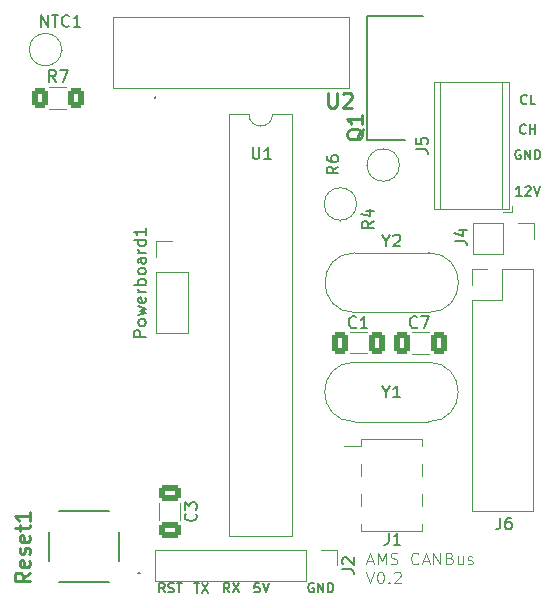
<source format=gbr>
%TF.GenerationSoftware,KiCad,Pcbnew,8.0.1-rc1*%
%TF.CreationDate,2024-05-12T16:28:37-07:00*%
%TF.ProjectId,Automotive Monitoring System CANBus Sensor,4175746f-6d6f-4746-9976-65204d6f6e69,rev?*%
%TF.SameCoordinates,Original*%
%TF.FileFunction,Legend,Top*%
%TF.FilePolarity,Positive*%
%FSLAX46Y46*%
G04 Gerber Fmt 4.6, Leading zero omitted, Abs format (unit mm)*
G04 Created by KiCad (PCBNEW 8.0.1-rc1) date 2024-05-12 16:28:37*
%MOMM*%
%LPD*%
G01*
G04 APERTURE LIST*
G04 Aperture macros list*
%AMRoundRect*
0 Rectangle with rounded corners*
0 $1 Rounding radius*
0 $2 $3 $4 $5 $6 $7 $8 $9 X,Y pos of 4 corners*
0 Add a 4 corners polygon primitive as box body*
4,1,4,$2,$3,$4,$5,$6,$7,$8,$9,$2,$3,0*
0 Add four circle primitives for the rounded corners*
1,1,$1+$1,$2,$3*
1,1,$1+$1,$4,$5*
1,1,$1+$1,$6,$7*
1,1,$1+$1,$8,$9*
0 Add four rect primitives between the rounded corners*
20,1,$1+$1,$2,$3,$4,$5,0*
20,1,$1+$1,$4,$5,$6,$7,0*
20,1,$1+$1,$6,$7,$8,$9,0*
20,1,$1+$1,$8,$9,$2,$3,0*%
G04 Aperture macros list end*
%ADD10C,0.100000*%
%ADD11C,0.150000*%
%ADD12C,0.254000*%
%ADD13C,0.120000*%
%ADD14C,0.200000*%
%ADD15RoundRect,0.250000X-0.650000X0.412500X-0.650000X-0.412500X0.650000X-0.412500X0.650000X0.412500X0*%
%ADD16R,1.700000X1.700000*%
%ADD17O,1.700000X1.700000*%
%ADD18C,1.600000*%
%ADD19O,1.600000X1.600000*%
%ADD20RoundRect,0.250000X-0.400000X-0.625000X0.400000X-0.625000X0.400000X0.625000X-0.400000X0.625000X0*%
%ADD21R,3.150000X1.000000*%
%ADD22RoundRect,0.250000X-0.412500X-0.650000X0.412500X-0.650000X0.412500X0.650000X-0.412500X0.650000X0*%
%ADD23C,2.400000*%
%ADD24C,2.100000*%
%ADD25R,2.200000X2.200000*%
%ADD26C,2.200000*%
%ADD27R,1.920000X1.920000*%
%ADD28C,1.920000*%
%ADD29C,1.500000*%
%ADD30R,1.500000X1.500000*%
%ADD31RoundRect,0.250000X0.412500X0.650000X-0.412500X0.650000X-0.412500X-0.650000X0.412500X-0.650000X0*%
%ADD32R,1.600000X1.600000*%
G04 APERTURE END LIST*
D10*
X135477093Y-97099161D02*
X135953283Y-97099161D01*
X135381855Y-97384876D02*
X135715188Y-96384876D01*
X135715188Y-96384876D02*
X136048521Y-97384876D01*
X136381855Y-97384876D02*
X136381855Y-96384876D01*
X136381855Y-96384876D02*
X136715188Y-97099161D01*
X136715188Y-97099161D02*
X137048521Y-96384876D01*
X137048521Y-96384876D02*
X137048521Y-97384876D01*
X137477093Y-97337257D02*
X137619950Y-97384876D01*
X137619950Y-97384876D02*
X137858045Y-97384876D01*
X137858045Y-97384876D02*
X137953283Y-97337257D01*
X137953283Y-97337257D02*
X138000902Y-97289637D01*
X138000902Y-97289637D02*
X138048521Y-97194399D01*
X138048521Y-97194399D02*
X138048521Y-97099161D01*
X138048521Y-97099161D02*
X138000902Y-97003923D01*
X138000902Y-97003923D02*
X137953283Y-96956304D01*
X137953283Y-96956304D02*
X137858045Y-96908685D01*
X137858045Y-96908685D02*
X137667569Y-96861066D01*
X137667569Y-96861066D02*
X137572331Y-96813447D01*
X137572331Y-96813447D02*
X137524712Y-96765828D01*
X137524712Y-96765828D02*
X137477093Y-96670590D01*
X137477093Y-96670590D02*
X137477093Y-96575352D01*
X137477093Y-96575352D02*
X137524712Y-96480114D01*
X137524712Y-96480114D02*
X137572331Y-96432495D01*
X137572331Y-96432495D02*
X137667569Y-96384876D01*
X137667569Y-96384876D02*
X137905664Y-96384876D01*
X137905664Y-96384876D02*
X138048521Y-96432495D01*
X139810426Y-97289637D02*
X139762807Y-97337257D01*
X139762807Y-97337257D02*
X139619950Y-97384876D01*
X139619950Y-97384876D02*
X139524712Y-97384876D01*
X139524712Y-97384876D02*
X139381855Y-97337257D01*
X139381855Y-97337257D02*
X139286617Y-97242018D01*
X139286617Y-97242018D02*
X139238998Y-97146780D01*
X139238998Y-97146780D02*
X139191379Y-96956304D01*
X139191379Y-96956304D02*
X139191379Y-96813447D01*
X139191379Y-96813447D02*
X139238998Y-96622971D01*
X139238998Y-96622971D02*
X139286617Y-96527733D01*
X139286617Y-96527733D02*
X139381855Y-96432495D01*
X139381855Y-96432495D02*
X139524712Y-96384876D01*
X139524712Y-96384876D02*
X139619950Y-96384876D01*
X139619950Y-96384876D02*
X139762807Y-96432495D01*
X139762807Y-96432495D02*
X139810426Y-96480114D01*
X140191379Y-97099161D02*
X140667569Y-97099161D01*
X140096141Y-97384876D02*
X140429474Y-96384876D01*
X140429474Y-96384876D02*
X140762807Y-97384876D01*
X141096141Y-97384876D02*
X141096141Y-96384876D01*
X141096141Y-96384876D02*
X141667569Y-97384876D01*
X141667569Y-97384876D02*
X141667569Y-96384876D01*
X142477093Y-96861066D02*
X142619950Y-96908685D01*
X142619950Y-96908685D02*
X142667569Y-96956304D01*
X142667569Y-96956304D02*
X142715188Y-97051542D01*
X142715188Y-97051542D02*
X142715188Y-97194399D01*
X142715188Y-97194399D02*
X142667569Y-97289637D01*
X142667569Y-97289637D02*
X142619950Y-97337257D01*
X142619950Y-97337257D02*
X142524712Y-97384876D01*
X142524712Y-97384876D02*
X142143760Y-97384876D01*
X142143760Y-97384876D02*
X142143760Y-96384876D01*
X142143760Y-96384876D02*
X142477093Y-96384876D01*
X142477093Y-96384876D02*
X142572331Y-96432495D01*
X142572331Y-96432495D02*
X142619950Y-96480114D01*
X142619950Y-96480114D02*
X142667569Y-96575352D01*
X142667569Y-96575352D02*
X142667569Y-96670590D01*
X142667569Y-96670590D02*
X142619950Y-96765828D01*
X142619950Y-96765828D02*
X142572331Y-96813447D01*
X142572331Y-96813447D02*
X142477093Y-96861066D01*
X142477093Y-96861066D02*
X142143760Y-96861066D01*
X143572331Y-96718209D02*
X143572331Y-97384876D01*
X143143760Y-96718209D02*
X143143760Y-97242018D01*
X143143760Y-97242018D02*
X143191379Y-97337257D01*
X143191379Y-97337257D02*
X143286617Y-97384876D01*
X143286617Y-97384876D02*
X143429474Y-97384876D01*
X143429474Y-97384876D02*
X143524712Y-97337257D01*
X143524712Y-97337257D02*
X143572331Y-97289637D01*
X144000903Y-97337257D02*
X144096141Y-97384876D01*
X144096141Y-97384876D02*
X144286617Y-97384876D01*
X144286617Y-97384876D02*
X144381855Y-97337257D01*
X144381855Y-97337257D02*
X144429474Y-97242018D01*
X144429474Y-97242018D02*
X144429474Y-97194399D01*
X144429474Y-97194399D02*
X144381855Y-97099161D01*
X144381855Y-97099161D02*
X144286617Y-97051542D01*
X144286617Y-97051542D02*
X144143760Y-97051542D01*
X144143760Y-97051542D02*
X144048522Y-97003923D01*
X144048522Y-97003923D02*
X144000903Y-96908685D01*
X144000903Y-96908685D02*
X144000903Y-96861066D01*
X144000903Y-96861066D02*
X144048522Y-96765828D01*
X144048522Y-96765828D02*
X144143760Y-96718209D01*
X144143760Y-96718209D02*
X144286617Y-96718209D01*
X144286617Y-96718209D02*
X144381855Y-96765828D01*
X135381855Y-97994820D02*
X135715188Y-98994820D01*
X135715188Y-98994820D02*
X136048521Y-97994820D01*
X136572331Y-97994820D02*
X136667569Y-97994820D01*
X136667569Y-97994820D02*
X136762807Y-98042439D01*
X136762807Y-98042439D02*
X136810426Y-98090058D01*
X136810426Y-98090058D02*
X136858045Y-98185296D01*
X136858045Y-98185296D02*
X136905664Y-98375772D01*
X136905664Y-98375772D02*
X136905664Y-98613867D01*
X136905664Y-98613867D02*
X136858045Y-98804343D01*
X136858045Y-98804343D02*
X136810426Y-98899581D01*
X136810426Y-98899581D02*
X136762807Y-98947201D01*
X136762807Y-98947201D02*
X136667569Y-98994820D01*
X136667569Y-98994820D02*
X136572331Y-98994820D01*
X136572331Y-98994820D02*
X136477093Y-98947201D01*
X136477093Y-98947201D02*
X136429474Y-98899581D01*
X136429474Y-98899581D02*
X136381855Y-98804343D01*
X136381855Y-98804343D02*
X136334236Y-98613867D01*
X136334236Y-98613867D02*
X136334236Y-98375772D01*
X136334236Y-98375772D02*
X136381855Y-98185296D01*
X136381855Y-98185296D02*
X136429474Y-98090058D01*
X136429474Y-98090058D02*
X136477093Y-98042439D01*
X136477093Y-98042439D02*
X136572331Y-97994820D01*
X137334236Y-98899581D02*
X137381855Y-98947201D01*
X137381855Y-98947201D02*
X137334236Y-98994820D01*
X137334236Y-98994820D02*
X137286617Y-98947201D01*
X137286617Y-98947201D02*
X137334236Y-98899581D01*
X137334236Y-98899581D02*
X137334236Y-98994820D01*
X137762807Y-98090058D02*
X137810426Y-98042439D01*
X137810426Y-98042439D02*
X137905664Y-97994820D01*
X137905664Y-97994820D02*
X138143759Y-97994820D01*
X138143759Y-97994820D02*
X138238997Y-98042439D01*
X138238997Y-98042439D02*
X138286616Y-98090058D01*
X138286616Y-98090058D02*
X138334235Y-98185296D01*
X138334235Y-98185296D02*
X138334235Y-98280534D01*
X138334235Y-98280534D02*
X138286616Y-98423391D01*
X138286616Y-98423391D02*
X137715188Y-98994820D01*
X137715188Y-98994820D02*
X138334235Y-98994820D01*
D11*
X148901360Y-60867751D02*
X148863264Y-60905847D01*
X148863264Y-60905847D02*
X148748979Y-60943942D01*
X148748979Y-60943942D02*
X148672788Y-60943942D01*
X148672788Y-60943942D02*
X148558502Y-60905847D01*
X148558502Y-60905847D02*
X148482312Y-60829656D01*
X148482312Y-60829656D02*
X148444217Y-60753466D01*
X148444217Y-60753466D02*
X148406121Y-60601085D01*
X148406121Y-60601085D02*
X148406121Y-60486799D01*
X148406121Y-60486799D02*
X148444217Y-60334418D01*
X148444217Y-60334418D02*
X148482312Y-60258227D01*
X148482312Y-60258227D02*
X148558502Y-60182037D01*
X148558502Y-60182037D02*
X148672788Y-60143942D01*
X148672788Y-60143942D02*
X148748979Y-60143942D01*
X148748979Y-60143942D02*
X148863264Y-60182037D01*
X148863264Y-60182037D02*
X148901360Y-60220132D01*
X149244217Y-60943942D02*
X149244217Y-60143942D01*
X149244217Y-60524894D02*
X149701360Y-60524894D01*
X149701360Y-60943942D02*
X149701360Y-60143942D01*
X148996598Y-58353895D02*
X148958502Y-58391991D01*
X148958502Y-58391991D02*
X148844217Y-58430086D01*
X148844217Y-58430086D02*
X148768026Y-58430086D01*
X148768026Y-58430086D02*
X148653740Y-58391991D01*
X148653740Y-58391991D02*
X148577550Y-58315800D01*
X148577550Y-58315800D02*
X148539455Y-58239610D01*
X148539455Y-58239610D02*
X148501359Y-58087229D01*
X148501359Y-58087229D02*
X148501359Y-57972943D01*
X148501359Y-57972943D02*
X148539455Y-57820562D01*
X148539455Y-57820562D02*
X148577550Y-57744371D01*
X148577550Y-57744371D02*
X148653740Y-57668181D01*
X148653740Y-57668181D02*
X148768026Y-57630086D01*
X148768026Y-57630086D02*
X148844217Y-57630086D01*
X148844217Y-57630086D02*
X148958502Y-57668181D01*
X148958502Y-57668181D02*
X148996598Y-57706276D01*
X149720407Y-58430086D02*
X149339455Y-58430086D01*
X149339455Y-58430086D02*
X149339455Y-57630086D01*
X130942386Y-98980700D02*
X130866196Y-98942605D01*
X130866196Y-98942605D02*
X130751910Y-98942605D01*
X130751910Y-98942605D02*
X130637624Y-98980700D01*
X130637624Y-98980700D02*
X130561434Y-99056890D01*
X130561434Y-99056890D02*
X130523339Y-99133081D01*
X130523339Y-99133081D02*
X130485243Y-99285462D01*
X130485243Y-99285462D02*
X130485243Y-99399748D01*
X130485243Y-99399748D02*
X130523339Y-99552129D01*
X130523339Y-99552129D02*
X130561434Y-99628319D01*
X130561434Y-99628319D02*
X130637624Y-99704510D01*
X130637624Y-99704510D02*
X130751910Y-99742605D01*
X130751910Y-99742605D02*
X130828101Y-99742605D01*
X130828101Y-99742605D02*
X130942386Y-99704510D01*
X130942386Y-99704510D02*
X130980482Y-99666414D01*
X130980482Y-99666414D02*
X130980482Y-99399748D01*
X130980482Y-99399748D02*
X130828101Y-99399748D01*
X131323339Y-99742605D02*
X131323339Y-98942605D01*
X131323339Y-98942605D02*
X131780482Y-99742605D01*
X131780482Y-99742605D02*
X131780482Y-98942605D01*
X132161434Y-99742605D02*
X132161434Y-98942605D01*
X132161434Y-98942605D02*
X132351910Y-98942605D01*
X132351910Y-98942605D02*
X132466196Y-98980700D01*
X132466196Y-98980700D02*
X132542386Y-99056890D01*
X132542386Y-99056890D02*
X132580481Y-99133081D01*
X132580481Y-99133081D02*
X132618577Y-99285462D01*
X132618577Y-99285462D02*
X132618577Y-99399748D01*
X132618577Y-99399748D02*
X132580481Y-99552129D01*
X132580481Y-99552129D02*
X132542386Y-99628319D01*
X132542386Y-99628319D02*
X132466196Y-99704510D01*
X132466196Y-99704510D02*
X132351910Y-99742605D01*
X132351910Y-99742605D02*
X132161434Y-99742605D01*
X118356658Y-99769355D02*
X118089991Y-99388402D01*
X117899515Y-99769355D02*
X117899515Y-98969355D01*
X117899515Y-98969355D02*
X118204277Y-98969355D01*
X118204277Y-98969355D02*
X118280467Y-99007450D01*
X118280467Y-99007450D02*
X118318562Y-99045545D01*
X118318562Y-99045545D02*
X118356658Y-99121736D01*
X118356658Y-99121736D02*
X118356658Y-99236021D01*
X118356658Y-99236021D02*
X118318562Y-99312212D01*
X118318562Y-99312212D02*
X118280467Y-99350307D01*
X118280467Y-99350307D02*
X118204277Y-99388402D01*
X118204277Y-99388402D02*
X117899515Y-99388402D01*
X118661419Y-99731260D02*
X118775705Y-99769355D01*
X118775705Y-99769355D02*
X118966181Y-99769355D01*
X118966181Y-99769355D02*
X119042372Y-99731260D01*
X119042372Y-99731260D02*
X119080467Y-99693164D01*
X119080467Y-99693164D02*
X119118562Y-99616974D01*
X119118562Y-99616974D02*
X119118562Y-99540783D01*
X119118562Y-99540783D02*
X119080467Y-99464593D01*
X119080467Y-99464593D02*
X119042372Y-99426498D01*
X119042372Y-99426498D02*
X118966181Y-99388402D01*
X118966181Y-99388402D02*
X118813800Y-99350307D01*
X118813800Y-99350307D02*
X118737610Y-99312212D01*
X118737610Y-99312212D02*
X118699515Y-99274117D01*
X118699515Y-99274117D02*
X118661419Y-99197926D01*
X118661419Y-99197926D02*
X118661419Y-99121736D01*
X118661419Y-99121736D02*
X118699515Y-99045545D01*
X118699515Y-99045545D02*
X118737610Y-99007450D01*
X118737610Y-99007450D02*
X118813800Y-98969355D01*
X118813800Y-98969355D02*
X119004277Y-98969355D01*
X119004277Y-98969355D02*
X119118562Y-99007450D01*
X119347134Y-98969355D02*
X119804277Y-98969355D01*
X119575705Y-99769355D02*
X119575705Y-98969355D01*
X126359825Y-98969355D02*
X125978873Y-98969355D01*
X125978873Y-98969355D02*
X125940777Y-99350307D01*
X125940777Y-99350307D02*
X125978873Y-99312212D01*
X125978873Y-99312212D02*
X126055063Y-99274117D01*
X126055063Y-99274117D02*
X126245539Y-99274117D01*
X126245539Y-99274117D02*
X126321730Y-99312212D01*
X126321730Y-99312212D02*
X126359825Y-99350307D01*
X126359825Y-99350307D02*
X126397920Y-99426498D01*
X126397920Y-99426498D02*
X126397920Y-99616974D01*
X126397920Y-99616974D02*
X126359825Y-99693164D01*
X126359825Y-99693164D02*
X126321730Y-99731260D01*
X126321730Y-99731260D02*
X126245539Y-99769355D01*
X126245539Y-99769355D02*
X126055063Y-99769355D01*
X126055063Y-99769355D02*
X125978873Y-99731260D01*
X125978873Y-99731260D02*
X125940777Y-99693164D01*
X126626492Y-98969355D02*
X126893159Y-99769355D01*
X126893159Y-99769355D02*
X127159825Y-98969355D01*
X148463264Y-62320690D02*
X148387074Y-62282595D01*
X148387074Y-62282595D02*
X148272788Y-62282595D01*
X148272788Y-62282595D02*
X148158502Y-62320690D01*
X148158502Y-62320690D02*
X148082312Y-62396880D01*
X148082312Y-62396880D02*
X148044217Y-62473071D01*
X148044217Y-62473071D02*
X148006121Y-62625452D01*
X148006121Y-62625452D02*
X148006121Y-62739738D01*
X148006121Y-62739738D02*
X148044217Y-62892119D01*
X148044217Y-62892119D02*
X148082312Y-62968309D01*
X148082312Y-62968309D02*
X148158502Y-63044500D01*
X148158502Y-63044500D02*
X148272788Y-63082595D01*
X148272788Y-63082595D02*
X148348979Y-63082595D01*
X148348979Y-63082595D02*
X148463264Y-63044500D01*
X148463264Y-63044500D02*
X148501360Y-63006404D01*
X148501360Y-63006404D02*
X148501360Y-62739738D01*
X148501360Y-62739738D02*
X148348979Y-62739738D01*
X148844217Y-63082595D02*
X148844217Y-62282595D01*
X148844217Y-62282595D02*
X149301360Y-63082595D01*
X149301360Y-63082595D02*
X149301360Y-62282595D01*
X149682312Y-63082595D02*
X149682312Y-62282595D01*
X149682312Y-62282595D02*
X149872788Y-62282595D01*
X149872788Y-62282595D02*
X149987074Y-62320690D01*
X149987074Y-62320690D02*
X150063264Y-62396880D01*
X150063264Y-62396880D02*
X150101359Y-62473071D01*
X150101359Y-62473071D02*
X150139455Y-62625452D01*
X150139455Y-62625452D02*
X150139455Y-62739738D01*
X150139455Y-62739738D02*
X150101359Y-62892119D01*
X150101359Y-62892119D02*
X150063264Y-62968309D01*
X150063264Y-62968309D02*
X149987074Y-63044500D01*
X149987074Y-63044500D02*
X149872788Y-63082595D01*
X149872788Y-63082595D02*
X149682312Y-63082595D01*
X123822106Y-99756849D02*
X123555439Y-99375896D01*
X123364963Y-99756849D02*
X123364963Y-98956849D01*
X123364963Y-98956849D02*
X123669725Y-98956849D01*
X123669725Y-98956849D02*
X123745915Y-98994944D01*
X123745915Y-98994944D02*
X123784010Y-99033039D01*
X123784010Y-99033039D02*
X123822106Y-99109230D01*
X123822106Y-99109230D02*
X123822106Y-99223515D01*
X123822106Y-99223515D02*
X123784010Y-99299706D01*
X123784010Y-99299706D02*
X123745915Y-99337801D01*
X123745915Y-99337801D02*
X123669725Y-99375896D01*
X123669725Y-99375896D02*
X123364963Y-99375896D01*
X124088772Y-98956849D02*
X124622106Y-99756849D01*
X124622106Y-98956849D02*
X124088772Y-99756849D01*
X120824369Y-98981862D02*
X121281512Y-98981862D01*
X121052940Y-99781862D02*
X121052940Y-98981862D01*
X121471988Y-98981862D02*
X122005322Y-99781862D01*
X122005322Y-98981862D02*
X121471988Y-99781862D01*
X148577549Y-66159255D02*
X148120406Y-66159255D01*
X148348978Y-66159255D02*
X148348978Y-65359255D01*
X148348978Y-65359255D02*
X148272787Y-65473540D01*
X148272787Y-65473540D02*
X148196597Y-65549731D01*
X148196597Y-65549731D02*
X148120406Y-65587826D01*
X148882311Y-65435445D02*
X148920407Y-65397350D01*
X148920407Y-65397350D02*
X148996597Y-65359255D01*
X148996597Y-65359255D02*
X149187073Y-65359255D01*
X149187073Y-65359255D02*
X149263264Y-65397350D01*
X149263264Y-65397350D02*
X149301359Y-65435445D01*
X149301359Y-65435445D02*
X149339454Y-65511636D01*
X149339454Y-65511636D02*
X149339454Y-65587826D01*
X149339454Y-65587826D02*
X149301359Y-65702112D01*
X149301359Y-65702112D02*
X148844216Y-66159255D01*
X148844216Y-66159255D02*
X149339454Y-66159255D01*
X149568026Y-65359255D02*
X149834693Y-66159255D01*
X149834693Y-66159255D02*
X150101359Y-65359255D01*
X120959980Y-93100666D02*
X121007600Y-93148285D01*
X121007600Y-93148285D02*
X121055219Y-93291142D01*
X121055219Y-93291142D02*
X121055219Y-93386380D01*
X121055219Y-93386380D02*
X121007600Y-93529237D01*
X121007600Y-93529237D02*
X120912361Y-93624475D01*
X120912361Y-93624475D02*
X120817123Y-93672094D01*
X120817123Y-93672094D02*
X120626647Y-93719713D01*
X120626647Y-93719713D02*
X120483790Y-93719713D01*
X120483790Y-93719713D02*
X120293314Y-93672094D01*
X120293314Y-93672094D02*
X120198076Y-93624475D01*
X120198076Y-93624475D02*
X120102838Y-93529237D01*
X120102838Y-93529237D02*
X120055219Y-93386380D01*
X120055219Y-93386380D02*
X120055219Y-93291142D01*
X120055219Y-93291142D02*
X120102838Y-93148285D01*
X120102838Y-93148285D02*
X120150457Y-93100666D01*
X120055219Y-92767332D02*
X120055219Y-92148285D01*
X120055219Y-92148285D02*
X120436171Y-92481618D01*
X120436171Y-92481618D02*
X120436171Y-92338761D01*
X120436171Y-92338761D02*
X120483790Y-92243523D01*
X120483790Y-92243523D02*
X120531409Y-92195904D01*
X120531409Y-92195904D02*
X120626647Y-92148285D01*
X120626647Y-92148285D02*
X120864742Y-92148285D01*
X120864742Y-92148285D02*
X120959980Y-92195904D01*
X120959980Y-92195904D02*
X121007600Y-92243523D01*
X121007600Y-92243523D02*
X121055219Y-92338761D01*
X121055219Y-92338761D02*
X121055219Y-92624475D01*
X121055219Y-92624475D02*
X121007600Y-92719713D01*
X121007600Y-92719713D02*
X120959980Y-92767332D01*
X146746161Y-93426654D02*
X146746161Y-94140939D01*
X146746161Y-94140939D02*
X146698542Y-94283796D01*
X146698542Y-94283796D02*
X146603304Y-94379035D01*
X146603304Y-94379035D02*
X146460447Y-94426654D01*
X146460447Y-94426654D02*
X146365209Y-94426654D01*
X147650923Y-93426654D02*
X147460447Y-93426654D01*
X147460447Y-93426654D02*
X147365209Y-93474273D01*
X147365209Y-93474273D02*
X147317590Y-93521892D01*
X147317590Y-93521892D02*
X147222352Y-93664749D01*
X147222352Y-93664749D02*
X147174733Y-93855225D01*
X147174733Y-93855225D02*
X147174733Y-94236177D01*
X147174733Y-94236177D02*
X147222352Y-94331415D01*
X147222352Y-94331415D02*
X147269971Y-94379035D01*
X147269971Y-94379035D02*
X147365209Y-94426654D01*
X147365209Y-94426654D02*
X147555685Y-94426654D01*
X147555685Y-94426654D02*
X147650923Y-94379035D01*
X147650923Y-94379035D02*
X147698542Y-94331415D01*
X147698542Y-94331415D02*
X147746161Y-94236177D01*
X147746161Y-94236177D02*
X147746161Y-93998082D01*
X147746161Y-93998082D02*
X147698542Y-93902844D01*
X147698542Y-93902844D02*
X147650923Y-93855225D01*
X147650923Y-93855225D02*
X147555685Y-93807606D01*
X147555685Y-93807606D02*
X147365209Y-93807606D01*
X147365209Y-93807606D02*
X147269971Y-93855225D01*
X147269971Y-93855225D02*
X147222352Y-93902844D01*
X147222352Y-93902844D02*
X147174733Y-93998082D01*
X136022168Y-68312999D02*
X135545977Y-68646332D01*
X136022168Y-68884427D02*
X135022168Y-68884427D01*
X135022168Y-68884427D02*
X135022168Y-68503475D01*
X135022168Y-68503475D02*
X135069787Y-68408237D01*
X135069787Y-68408237D02*
X135117406Y-68360618D01*
X135117406Y-68360618D02*
X135212644Y-68312999D01*
X135212644Y-68312999D02*
X135355501Y-68312999D01*
X135355501Y-68312999D02*
X135450739Y-68360618D01*
X135450739Y-68360618D02*
X135498358Y-68408237D01*
X135498358Y-68408237D02*
X135545977Y-68503475D01*
X135545977Y-68503475D02*
X135545977Y-68884427D01*
X135355501Y-67455856D02*
X136022168Y-67455856D01*
X134974549Y-67693951D02*
X135688834Y-67932046D01*
X135688834Y-67932046D02*
X135688834Y-67312999D01*
X109131333Y-56535219D02*
X108798000Y-56059028D01*
X108559905Y-56535219D02*
X108559905Y-55535219D01*
X108559905Y-55535219D02*
X108940857Y-55535219D01*
X108940857Y-55535219D02*
X109036095Y-55582838D01*
X109036095Y-55582838D02*
X109083714Y-55630457D01*
X109083714Y-55630457D02*
X109131333Y-55725695D01*
X109131333Y-55725695D02*
X109131333Y-55868552D01*
X109131333Y-55868552D02*
X109083714Y-55963790D01*
X109083714Y-55963790D02*
X109036095Y-56011409D01*
X109036095Y-56011409D02*
X108940857Y-56059028D01*
X108940857Y-56059028D02*
X108559905Y-56059028D01*
X109464667Y-55535219D02*
X110131333Y-55535219D01*
X110131333Y-55535219D02*
X109702762Y-56535219D01*
X137298339Y-94735985D02*
X137298339Y-95450270D01*
X137298339Y-95450270D02*
X137250720Y-95593127D01*
X137250720Y-95593127D02*
X137155482Y-95688366D01*
X137155482Y-95688366D02*
X137012625Y-95735985D01*
X137012625Y-95735985D02*
X136917387Y-95735985D01*
X138298339Y-95735985D02*
X137726911Y-95735985D01*
X138012625Y-95735985D02*
X138012625Y-94735985D01*
X138012625Y-94735985D02*
X137917387Y-94878842D01*
X137917387Y-94878842D02*
X137822149Y-94974080D01*
X137822149Y-94974080D02*
X137726911Y-95021699D01*
X107872843Y-51885319D02*
X107872843Y-50885319D01*
X107872843Y-50885319D02*
X108444271Y-51885319D01*
X108444271Y-51885319D02*
X108444271Y-50885319D01*
X108777605Y-50885319D02*
X109349033Y-50885319D01*
X109063319Y-51885319D02*
X109063319Y-50885319D01*
X110253795Y-51790080D02*
X110206176Y-51837700D01*
X110206176Y-51837700D02*
X110063319Y-51885319D01*
X110063319Y-51885319D02*
X109968081Y-51885319D01*
X109968081Y-51885319D02*
X109825224Y-51837700D01*
X109825224Y-51837700D02*
X109729986Y-51742461D01*
X109729986Y-51742461D02*
X109682367Y-51647223D01*
X109682367Y-51647223D02*
X109634748Y-51456747D01*
X109634748Y-51456747D02*
X109634748Y-51313890D01*
X109634748Y-51313890D02*
X109682367Y-51123414D01*
X109682367Y-51123414D02*
X109729986Y-51028176D01*
X109729986Y-51028176D02*
X109825224Y-50932938D01*
X109825224Y-50932938D02*
X109968081Y-50885319D01*
X109968081Y-50885319D02*
X110063319Y-50885319D01*
X110063319Y-50885319D02*
X110206176Y-50932938D01*
X110206176Y-50932938D02*
X110253795Y-50980557D01*
X111206176Y-51885319D02*
X110634748Y-51885319D01*
X110920462Y-51885319D02*
X110920462Y-50885319D01*
X110920462Y-50885319D02*
X110825224Y-51028176D01*
X110825224Y-51028176D02*
X110729986Y-51123414D01*
X110729986Y-51123414D02*
X110634748Y-51171033D01*
X134550845Y-77293840D02*
X134503226Y-77341460D01*
X134503226Y-77341460D02*
X134360369Y-77389079D01*
X134360369Y-77389079D02*
X134265131Y-77389079D01*
X134265131Y-77389079D02*
X134122274Y-77341460D01*
X134122274Y-77341460D02*
X134027036Y-77246221D01*
X134027036Y-77246221D02*
X133979417Y-77150983D01*
X133979417Y-77150983D02*
X133931798Y-76960507D01*
X133931798Y-76960507D02*
X133931798Y-76817650D01*
X133931798Y-76817650D02*
X133979417Y-76627174D01*
X133979417Y-76627174D02*
X134027036Y-76531936D01*
X134027036Y-76531936D02*
X134122274Y-76436698D01*
X134122274Y-76436698D02*
X134265131Y-76389079D01*
X134265131Y-76389079D02*
X134360369Y-76389079D01*
X134360369Y-76389079D02*
X134503226Y-76436698D01*
X134503226Y-76436698D02*
X134550845Y-76484317D01*
X135503226Y-77389079D02*
X134931798Y-77389079D01*
X135217512Y-77389079D02*
X135217512Y-76389079D01*
X135217512Y-76389079D02*
X135122274Y-76531936D01*
X135122274Y-76531936D02*
X135027036Y-76627174D01*
X135027036Y-76627174D02*
X134931798Y-76674793D01*
X133050006Y-63708305D02*
X132573815Y-64041638D01*
X133050006Y-64279733D02*
X132050006Y-64279733D01*
X132050006Y-64279733D02*
X132050006Y-63898781D01*
X132050006Y-63898781D02*
X132097625Y-63803543D01*
X132097625Y-63803543D02*
X132145244Y-63755924D01*
X132145244Y-63755924D02*
X132240482Y-63708305D01*
X132240482Y-63708305D02*
X132383339Y-63708305D01*
X132383339Y-63708305D02*
X132478577Y-63755924D01*
X132478577Y-63755924D02*
X132526196Y-63803543D01*
X132526196Y-63803543D02*
X132573815Y-63898781D01*
X132573815Y-63898781D02*
X132573815Y-64279733D01*
X132050006Y-62851162D02*
X132050006Y-63041638D01*
X132050006Y-63041638D02*
X132097625Y-63136876D01*
X132097625Y-63136876D02*
X132145244Y-63184495D01*
X132145244Y-63184495D02*
X132288101Y-63279733D01*
X132288101Y-63279733D02*
X132478577Y-63327352D01*
X132478577Y-63327352D02*
X132859529Y-63327352D01*
X132859529Y-63327352D02*
X132954767Y-63279733D01*
X132954767Y-63279733D02*
X133002387Y-63232114D01*
X133002387Y-63232114D02*
X133050006Y-63136876D01*
X133050006Y-63136876D02*
X133050006Y-62946400D01*
X133050006Y-62946400D02*
X133002387Y-62851162D01*
X133002387Y-62851162D02*
X132954767Y-62803543D01*
X132954767Y-62803543D02*
X132859529Y-62755924D01*
X132859529Y-62755924D02*
X132621434Y-62755924D01*
X132621434Y-62755924D02*
X132526196Y-62803543D01*
X132526196Y-62803543D02*
X132478577Y-62851162D01*
X132478577Y-62851162D02*
X132430958Y-62946400D01*
X132430958Y-62946400D02*
X132430958Y-63136876D01*
X132430958Y-63136876D02*
X132478577Y-63232114D01*
X132478577Y-63232114D02*
X132526196Y-63279733D01*
X132526196Y-63279733D02*
X132621434Y-63327352D01*
X116748346Y-78128061D02*
X115748346Y-78128061D01*
X115748346Y-78128061D02*
X115748346Y-77747109D01*
X115748346Y-77747109D02*
X115795965Y-77651871D01*
X115795965Y-77651871D02*
X115843584Y-77604252D01*
X115843584Y-77604252D02*
X115938822Y-77556633D01*
X115938822Y-77556633D02*
X116081679Y-77556633D01*
X116081679Y-77556633D02*
X116176917Y-77604252D01*
X116176917Y-77604252D02*
X116224536Y-77651871D01*
X116224536Y-77651871D02*
X116272155Y-77747109D01*
X116272155Y-77747109D02*
X116272155Y-78128061D01*
X116748346Y-76985204D02*
X116700727Y-77080442D01*
X116700727Y-77080442D02*
X116653107Y-77128061D01*
X116653107Y-77128061D02*
X116557869Y-77175680D01*
X116557869Y-77175680D02*
X116272155Y-77175680D01*
X116272155Y-77175680D02*
X116176917Y-77128061D01*
X116176917Y-77128061D02*
X116129298Y-77080442D01*
X116129298Y-77080442D02*
X116081679Y-76985204D01*
X116081679Y-76985204D02*
X116081679Y-76842347D01*
X116081679Y-76842347D02*
X116129298Y-76747109D01*
X116129298Y-76747109D02*
X116176917Y-76699490D01*
X116176917Y-76699490D02*
X116272155Y-76651871D01*
X116272155Y-76651871D02*
X116557869Y-76651871D01*
X116557869Y-76651871D02*
X116653107Y-76699490D01*
X116653107Y-76699490D02*
X116700727Y-76747109D01*
X116700727Y-76747109D02*
X116748346Y-76842347D01*
X116748346Y-76842347D02*
X116748346Y-76985204D01*
X116081679Y-76318537D02*
X116748346Y-76128061D01*
X116748346Y-76128061D02*
X116272155Y-75937585D01*
X116272155Y-75937585D02*
X116748346Y-75747109D01*
X116748346Y-75747109D02*
X116081679Y-75556633D01*
X116700727Y-74794728D02*
X116748346Y-74889966D01*
X116748346Y-74889966D02*
X116748346Y-75080442D01*
X116748346Y-75080442D02*
X116700727Y-75175680D01*
X116700727Y-75175680D02*
X116605488Y-75223299D01*
X116605488Y-75223299D02*
X116224536Y-75223299D01*
X116224536Y-75223299D02*
X116129298Y-75175680D01*
X116129298Y-75175680D02*
X116081679Y-75080442D01*
X116081679Y-75080442D02*
X116081679Y-74889966D01*
X116081679Y-74889966D02*
X116129298Y-74794728D01*
X116129298Y-74794728D02*
X116224536Y-74747109D01*
X116224536Y-74747109D02*
X116319774Y-74747109D01*
X116319774Y-74747109D02*
X116415012Y-75223299D01*
X116748346Y-74318537D02*
X116081679Y-74318537D01*
X116272155Y-74318537D02*
X116176917Y-74270918D01*
X116176917Y-74270918D02*
X116129298Y-74223299D01*
X116129298Y-74223299D02*
X116081679Y-74128061D01*
X116081679Y-74128061D02*
X116081679Y-74032823D01*
X116748346Y-73699489D02*
X115748346Y-73699489D01*
X116129298Y-73699489D02*
X116081679Y-73604251D01*
X116081679Y-73604251D02*
X116081679Y-73413775D01*
X116081679Y-73413775D02*
X116129298Y-73318537D01*
X116129298Y-73318537D02*
X116176917Y-73270918D01*
X116176917Y-73270918D02*
X116272155Y-73223299D01*
X116272155Y-73223299D02*
X116557869Y-73223299D01*
X116557869Y-73223299D02*
X116653107Y-73270918D01*
X116653107Y-73270918D02*
X116700727Y-73318537D01*
X116700727Y-73318537D02*
X116748346Y-73413775D01*
X116748346Y-73413775D02*
X116748346Y-73604251D01*
X116748346Y-73604251D02*
X116700727Y-73699489D01*
X116748346Y-72651870D02*
X116700727Y-72747108D01*
X116700727Y-72747108D02*
X116653107Y-72794727D01*
X116653107Y-72794727D02*
X116557869Y-72842346D01*
X116557869Y-72842346D02*
X116272155Y-72842346D01*
X116272155Y-72842346D02*
X116176917Y-72794727D01*
X116176917Y-72794727D02*
X116129298Y-72747108D01*
X116129298Y-72747108D02*
X116081679Y-72651870D01*
X116081679Y-72651870D02*
X116081679Y-72509013D01*
X116081679Y-72509013D02*
X116129298Y-72413775D01*
X116129298Y-72413775D02*
X116176917Y-72366156D01*
X116176917Y-72366156D02*
X116272155Y-72318537D01*
X116272155Y-72318537D02*
X116557869Y-72318537D01*
X116557869Y-72318537D02*
X116653107Y-72366156D01*
X116653107Y-72366156D02*
X116700727Y-72413775D01*
X116700727Y-72413775D02*
X116748346Y-72509013D01*
X116748346Y-72509013D02*
X116748346Y-72651870D01*
X116748346Y-71461394D02*
X116224536Y-71461394D01*
X116224536Y-71461394D02*
X116129298Y-71509013D01*
X116129298Y-71509013D02*
X116081679Y-71604251D01*
X116081679Y-71604251D02*
X116081679Y-71794727D01*
X116081679Y-71794727D02*
X116129298Y-71889965D01*
X116700727Y-71461394D02*
X116748346Y-71556632D01*
X116748346Y-71556632D02*
X116748346Y-71794727D01*
X116748346Y-71794727D02*
X116700727Y-71889965D01*
X116700727Y-71889965D02*
X116605488Y-71937584D01*
X116605488Y-71937584D02*
X116510250Y-71937584D01*
X116510250Y-71937584D02*
X116415012Y-71889965D01*
X116415012Y-71889965D02*
X116367393Y-71794727D01*
X116367393Y-71794727D02*
X116367393Y-71556632D01*
X116367393Y-71556632D02*
X116319774Y-71461394D01*
X116748346Y-70985203D02*
X116081679Y-70985203D01*
X116272155Y-70985203D02*
X116176917Y-70937584D01*
X116176917Y-70937584D02*
X116129298Y-70889965D01*
X116129298Y-70889965D02*
X116081679Y-70794727D01*
X116081679Y-70794727D02*
X116081679Y-70699489D01*
X116748346Y-69937584D02*
X115748346Y-69937584D01*
X116700727Y-69937584D02*
X116748346Y-70032822D01*
X116748346Y-70032822D02*
X116748346Y-70223298D01*
X116748346Y-70223298D02*
X116700727Y-70318536D01*
X116700727Y-70318536D02*
X116653107Y-70366155D01*
X116653107Y-70366155D02*
X116557869Y-70413774D01*
X116557869Y-70413774D02*
X116272155Y-70413774D01*
X116272155Y-70413774D02*
X116176917Y-70366155D01*
X116176917Y-70366155D02*
X116129298Y-70318536D01*
X116129298Y-70318536D02*
X116081679Y-70223298D01*
X116081679Y-70223298D02*
X116081679Y-70032822D01*
X116081679Y-70032822D02*
X116129298Y-69937584D01*
X116748346Y-68937584D02*
X116748346Y-69509012D01*
X116748346Y-69223298D02*
X115748346Y-69223298D01*
X115748346Y-69223298D02*
X115891203Y-69318536D01*
X115891203Y-69318536D02*
X115986441Y-69413774D01*
X115986441Y-69413774D02*
X116034060Y-69509012D01*
X142922679Y-70003101D02*
X143636964Y-70003101D01*
X143636964Y-70003101D02*
X143779821Y-70050720D01*
X143779821Y-70050720D02*
X143875060Y-70145958D01*
X143875060Y-70145958D02*
X143922679Y-70288815D01*
X143922679Y-70288815D02*
X143922679Y-70384053D01*
X143256012Y-69098339D02*
X143922679Y-69098339D01*
X142875060Y-69336434D02*
X143589345Y-69574529D01*
X143589345Y-69574529D02*
X143589345Y-68955482D01*
D12*
X132198673Y-57441488D02*
X132198673Y-58469583D01*
X132198673Y-58469583D02*
X132259150Y-58590535D01*
X132259150Y-58590535D02*
X132319626Y-58651012D01*
X132319626Y-58651012D02*
X132440578Y-58711488D01*
X132440578Y-58711488D02*
X132682483Y-58711488D01*
X132682483Y-58711488D02*
X132803435Y-58651012D01*
X132803435Y-58651012D02*
X132863912Y-58590535D01*
X132863912Y-58590535D02*
X132924388Y-58469583D01*
X132924388Y-58469583D02*
X132924388Y-57441488D01*
X133468673Y-57562440D02*
X133529149Y-57501964D01*
X133529149Y-57501964D02*
X133650102Y-57441488D01*
X133650102Y-57441488D02*
X133952483Y-57441488D01*
X133952483Y-57441488D02*
X134073435Y-57501964D01*
X134073435Y-57501964D02*
X134133911Y-57562440D01*
X134133911Y-57562440D02*
X134194388Y-57683392D01*
X134194388Y-57683392D02*
X134194388Y-57804345D01*
X134194388Y-57804345D02*
X134133911Y-57985773D01*
X134133911Y-57985773D02*
X133408197Y-58711488D01*
X133408197Y-58711488D02*
X134194388Y-58711488D01*
D11*
X139632719Y-62248333D02*
X140347004Y-62248333D01*
X140347004Y-62248333D02*
X140489861Y-62295952D01*
X140489861Y-62295952D02*
X140585100Y-62391190D01*
X140585100Y-62391190D02*
X140632719Y-62534047D01*
X140632719Y-62534047D02*
X140632719Y-62629285D01*
X139632719Y-61295952D02*
X139632719Y-61772142D01*
X139632719Y-61772142D02*
X140108909Y-61819761D01*
X140108909Y-61819761D02*
X140061290Y-61772142D01*
X140061290Y-61772142D02*
X140013671Y-61676904D01*
X140013671Y-61676904D02*
X140013671Y-61438809D01*
X140013671Y-61438809D02*
X140061290Y-61343571D01*
X140061290Y-61343571D02*
X140108909Y-61295952D01*
X140108909Y-61295952D02*
X140204147Y-61248333D01*
X140204147Y-61248333D02*
X140442242Y-61248333D01*
X140442242Y-61248333D02*
X140537480Y-61295952D01*
X140537480Y-61295952D02*
X140585100Y-61343571D01*
X140585100Y-61343571D02*
X140632719Y-61438809D01*
X140632719Y-61438809D02*
X140632719Y-61676904D01*
X140632719Y-61676904D02*
X140585100Y-61772142D01*
X140585100Y-61772142D02*
X140537480Y-61819761D01*
D12*
X135165590Y-60509371D02*
X135105114Y-60630323D01*
X135105114Y-60630323D02*
X134984162Y-60751276D01*
X134984162Y-60751276D02*
X134802733Y-60932704D01*
X134802733Y-60932704D02*
X134742257Y-61053657D01*
X134742257Y-61053657D02*
X134742257Y-61174609D01*
X135044638Y-61114133D02*
X134984162Y-61235085D01*
X134984162Y-61235085D02*
X134863209Y-61356038D01*
X134863209Y-61356038D02*
X134621304Y-61416514D01*
X134621304Y-61416514D02*
X134197971Y-61416514D01*
X134197971Y-61416514D02*
X133956066Y-61356038D01*
X133956066Y-61356038D02*
X133835114Y-61235085D01*
X133835114Y-61235085D02*
X133774638Y-61114133D01*
X133774638Y-61114133D02*
X133774638Y-60872228D01*
X133774638Y-60872228D02*
X133835114Y-60751276D01*
X133835114Y-60751276D02*
X133956066Y-60630323D01*
X133956066Y-60630323D02*
X134197971Y-60569847D01*
X134197971Y-60569847D02*
X134621304Y-60569847D01*
X134621304Y-60569847D02*
X134863209Y-60630323D01*
X134863209Y-60630323D02*
X134984162Y-60751276D01*
X134984162Y-60751276D02*
X135044638Y-60872228D01*
X135044638Y-60872228D02*
X135044638Y-61114133D01*
X135044638Y-59360323D02*
X135044638Y-60086038D01*
X135044638Y-59723181D02*
X133774638Y-59723181D01*
X133774638Y-59723181D02*
X133956066Y-59844133D01*
X133956066Y-59844133D02*
X134077019Y-59965085D01*
X134077019Y-59965085D02*
X134137495Y-60086038D01*
D11*
X133367819Y-97805933D02*
X134082104Y-97805933D01*
X134082104Y-97805933D02*
X134224961Y-97853552D01*
X134224961Y-97853552D02*
X134320200Y-97948790D01*
X134320200Y-97948790D02*
X134367819Y-98091647D01*
X134367819Y-98091647D02*
X134367819Y-98186885D01*
X133463057Y-97377361D02*
X133415438Y-97329742D01*
X133415438Y-97329742D02*
X133367819Y-97234504D01*
X133367819Y-97234504D02*
X133367819Y-96996409D01*
X133367819Y-96996409D02*
X133415438Y-96901171D01*
X133415438Y-96901171D02*
X133463057Y-96853552D01*
X133463057Y-96853552D02*
X133558295Y-96805933D01*
X133558295Y-96805933D02*
X133653533Y-96805933D01*
X133653533Y-96805933D02*
X133796390Y-96853552D01*
X133796390Y-96853552D02*
X134367819Y-97424980D01*
X134367819Y-97424980D02*
X134367819Y-96805933D01*
X137088609Y-69990128D02*
X137088609Y-70466319D01*
X136755276Y-69466319D02*
X137088609Y-69990128D01*
X137088609Y-69990128D02*
X137421942Y-69466319D01*
X137707657Y-69561557D02*
X137755276Y-69513938D01*
X137755276Y-69513938D02*
X137850514Y-69466319D01*
X137850514Y-69466319D02*
X138088609Y-69466319D01*
X138088609Y-69466319D02*
X138183847Y-69513938D01*
X138183847Y-69513938D02*
X138231466Y-69561557D01*
X138231466Y-69561557D02*
X138279085Y-69656795D01*
X138279085Y-69656795D02*
X138279085Y-69752033D01*
X138279085Y-69752033D02*
X138231466Y-69894890D01*
X138231466Y-69894890D02*
X137660038Y-70466319D01*
X137660038Y-70466319D02*
X138279085Y-70466319D01*
D12*
X106912940Y-98101693D02*
X106308178Y-98525027D01*
X106912940Y-98827408D02*
X105642940Y-98827408D01*
X105642940Y-98827408D02*
X105642940Y-98343598D01*
X105642940Y-98343598D02*
X105703416Y-98222646D01*
X105703416Y-98222646D02*
X105763892Y-98162169D01*
X105763892Y-98162169D02*
X105884844Y-98101693D01*
X105884844Y-98101693D02*
X106066273Y-98101693D01*
X106066273Y-98101693D02*
X106187225Y-98162169D01*
X106187225Y-98162169D02*
X106247702Y-98222646D01*
X106247702Y-98222646D02*
X106308178Y-98343598D01*
X106308178Y-98343598D02*
X106308178Y-98827408D01*
X106852464Y-97073598D02*
X106912940Y-97194550D01*
X106912940Y-97194550D02*
X106912940Y-97436455D01*
X106912940Y-97436455D02*
X106852464Y-97557408D01*
X106852464Y-97557408D02*
X106731511Y-97617884D01*
X106731511Y-97617884D02*
X106247702Y-97617884D01*
X106247702Y-97617884D02*
X106126749Y-97557408D01*
X106126749Y-97557408D02*
X106066273Y-97436455D01*
X106066273Y-97436455D02*
X106066273Y-97194550D01*
X106066273Y-97194550D02*
X106126749Y-97073598D01*
X106126749Y-97073598D02*
X106247702Y-97013122D01*
X106247702Y-97013122D02*
X106368654Y-97013122D01*
X106368654Y-97013122D02*
X106489606Y-97617884D01*
X106852464Y-96529313D02*
X106912940Y-96408360D01*
X106912940Y-96408360D02*
X106912940Y-96166456D01*
X106912940Y-96166456D02*
X106852464Y-96045503D01*
X106852464Y-96045503D02*
X106731511Y-95985027D01*
X106731511Y-95985027D02*
X106671035Y-95985027D01*
X106671035Y-95985027D02*
X106550083Y-96045503D01*
X106550083Y-96045503D02*
X106489606Y-96166456D01*
X106489606Y-96166456D02*
X106489606Y-96347884D01*
X106489606Y-96347884D02*
X106429130Y-96468837D01*
X106429130Y-96468837D02*
X106308178Y-96529313D01*
X106308178Y-96529313D02*
X106247702Y-96529313D01*
X106247702Y-96529313D02*
X106126749Y-96468837D01*
X106126749Y-96468837D02*
X106066273Y-96347884D01*
X106066273Y-96347884D02*
X106066273Y-96166456D01*
X106066273Y-96166456D02*
X106126749Y-96045503D01*
X106852464Y-94956932D02*
X106912940Y-95077884D01*
X106912940Y-95077884D02*
X106912940Y-95319789D01*
X106912940Y-95319789D02*
X106852464Y-95440742D01*
X106852464Y-95440742D02*
X106731511Y-95501218D01*
X106731511Y-95501218D02*
X106247702Y-95501218D01*
X106247702Y-95501218D02*
X106126749Y-95440742D01*
X106126749Y-95440742D02*
X106066273Y-95319789D01*
X106066273Y-95319789D02*
X106066273Y-95077884D01*
X106066273Y-95077884D02*
X106126749Y-94956932D01*
X106126749Y-94956932D02*
X106247702Y-94896456D01*
X106247702Y-94896456D02*
X106368654Y-94896456D01*
X106368654Y-94896456D02*
X106489606Y-95501218D01*
X106066273Y-94533599D02*
X106066273Y-94049790D01*
X105642940Y-94352171D02*
X106731511Y-94352171D01*
X106731511Y-94352171D02*
X106852464Y-94291694D01*
X106852464Y-94291694D02*
X106912940Y-94170742D01*
X106912940Y-94170742D02*
X106912940Y-94049790D01*
X106912940Y-92961218D02*
X106912940Y-93686933D01*
X106912940Y-93324076D02*
X105642940Y-93324076D01*
X105642940Y-93324076D02*
X105824368Y-93445028D01*
X105824368Y-93445028D02*
X105945321Y-93565980D01*
X105945321Y-93565980D02*
X106005797Y-93686933D01*
D11*
X137084960Y-82769528D02*
X137084960Y-83245719D01*
X136751627Y-82245719D02*
X137084960Y-82769528D01*
X137084960Y-82769528D02*
X137418293Y-82245719D01*
X138275436Y-83245719D02*
X137704008Y-83245719D01*
X137989722Y-83245719D02*
X137989722Y-82245719D01*
X137989722Y-82245719D02*
X137894484Y-82388576D01*
X137894484Y-82388576D02*
X137799246Y-82483814D01*
X137799246Y-82483814D02*
X137704008Y-82531433D01*
X139720605Y-77293913D02*
X139672986Y-77341533D01*
X139672986Y-77341533D02*
X139530129Y-77389152D01*
X139530129Y-77389152D02*
X139434891Y-77389152D01*
X139434891Y-77389152D02*
X139292034Y-77341533D01*
X139292034Y-77341533D02*
X139196796Y-77246294D01*
X139196796Y-77246294D02*
X139149177Y-77151056D01*
X139149177Y-77151056D02*
X139101558Y-76960580D01*
X139101558Y-76960580D02*
X139101558Y-76817723D01*
X139101558Y-76817723D02*
X139149177Y-76627247D01*
X139149177Y-76627247D02*
X139196796Y-76532009D01*
X139196796Y-76532009D02*
X139292034Y-76436771D01*
X139292034Y-76436771D02*
X139434891Y-76389152D01*
X139434891Y-76389152D02*
X139530129Y-76389152D01*
X139530129Y-76389152D02*
X139672986Y-76436771D01*
X139672986Y-76436771D02*
X139720605Y-76484390D01*
X140053939Y-76389152D02*
X140720605Y-76389152D01*
X140720605Y-76389152D02*
X140292034Y-77389152D01*
X125791689Y-62064478D02*
X125791689Y-62874001D01*
X125791689Y-62874001D02*
X125839308Y-62969239D01*
X125839308Y-62969239D02*
X125886927Y-63016859D01*
X125886927Y-63016859D02*
X125982165Y-63064478D01*
X125982165Y-63064478D02*
X126172641Y-63064478D01*
X126172641Y-63064478D02*
X126267879Y-63016859D01*
X126267879Y-63016859D02*
X126315498Y-62969239D01*
X126315498Y-62969239D02*
X126363117Y-62874001D01*
X126363117Y-62874001D02*
X126363117Y-62064478D01*
X127363117Y-63064478D02*
X126791689Y-63064478D01*
X127077403Y-63064478D02*
X127077403Y-62064478D01*
X127077403Y-62064478D02*
X126982165Y-62207335D01*
X126982165Y-62207335D02*
X126886927Y-62302573D01*
X126886927Y-62302573D02*
X126791689Y-62350192D01*
D13*
%TO.C,C3*%
X117840400Y-92222748D02*
X117840400Y-93645252D01*
X119660400Y-92222748D02*
X119660400Y-93645252D01*
%TO.C,J6*%
X144340700Y-72420200D02*
X145670700Y-72420200D01*
X144340700Y-73750200D02*
X144340700Y-72420200D01*
X144340700Y-75020200D02*
X144340700Y-92860200D01*
X144340700Y-75020200D02*
X146940700Y-75020200D01*
X144340700Y-92860200D02*
X149540700Y-92860200D01*
X146940700Y-72420200D02*
X149540700Y-72420200D01*
X146940700Y-75020200D02*
X146940700Y-72420200D01*
X149540700Y-72420200D02*
X149540700Y-92860200D01*
%TO.C,R4*%
X133212700Y-68246100D02*
X133212700Y-68316100D01*
X134582700Y-66876100D02*
G75*
G02*
X131842700Y-66876100I-1370000J0D01*
G01*
X131842700Y-66876100D02*
G75*
G02*
X134582700Y-66876100I1370000J0D01*
G01*
%TO.C,R7*%
X108570936Y-56990400D02*
X110025064Y-56990400D01*
X108570936Y-58810400D02*
X110025064Y-58810400D01*
%TO.C,J1*%
X133503300Y-87362100D02*
X134943300Y-87362100D01*
X134943300Y-86792100D02*
X134943300Y-87362100D01*
X134943300Y-86792100D02*
X140143300Y-86792100D01*
X134943300Y-88882100D02*
X134943300Y-89902100D01*
X134943300Y-91422100D02*
X134943300Y-92442100D01*
X134943300Y-93962100D02*
X134943300Y-94532100D01*
X134943300Y-94532100D02*
X140143300Y-94532100D01*
X140143300Y-86792100D02*
X140143300Y-87362100D01*
X140143300Y-88882100D02*
X140143300Y-89902100D01*
X140143300Y-91422100D02*
X140143300Y-92442100D01*
X140143300Y-93962100D02*
X140143300Y-94532100D01*
%TO.C,NTC1*%
X109615700Y-53800500D02*
X109685700Y-53800500D01*
X109615700Y-53800500D02*
G75*
G02*
X106875700Y-53800500I-1370000J0D01*
G01*
X106875700Y-53800500D02*
G75*
G02*
X109615700Y-53800500I1370000J0D01*
G01*
%TO.C,C1*%
X134039248Y-77712500D02*
X135461752Y-77712500D01*
X134039248Y-79532500D02*
X135461752Y-79532500D01*
%TO.C,R6*%
X135471000Y-63583500D02*
X135401000Y-63583500D01*
X138211000Y-63583500D02*
G75*
G02*
X135471000Y-63583500I-1370000J0D01*
G01*
X135471000Y-63583500D02*
G75*
G02*
X138211000Y-63583500I1370000J0D01*
G01*
%TO.C,Powerboard1*%
X117616900Y-70018200D02*
X118946900Y-70018200D01*
X117616900Y-71348200D02*
X117616900Y-70018200D01*
X117616900Y-72618200D02*
X117616900Y-77758200D01*
X117616900Y-72618200D02*
X120276900Y-72618200D01*
X117616900Y-77758200D02*
X120276900Y-77758200D01*
X120276900Y-72618200D02*
X120276900Y-77758200D01*
%TO.C,J4*%
X144407500Y-68475300D02*
X144407500Y-71135300D01*
X147007500Y-68475300D02*
X144407500Y-68475300D01*
X147007500Y-68475300D02*
X147007500Y-71135300D01*
X147007500Y-71135300D02*
X144407500Y-71135300D01*
X148277500Y-68475300D02*
X149607500Y-68475300D01*
X149607500Y-68475300D02*
X149607500Y-69805300D01*
D10*
%TO.C,U2*%
X113954300Y-51040900D02*
X133954300Y-51040900D01*
X113954300Y-57040900D02*
X113954300Y-51040900D01*
D14*
X117554300Y-57790900D02*
X117554300Y-57790900D01*
X117554300Y-57790900D02*
X117554300Y-57790900D01*
X117554300Y-57890900D02*
X117554300Y-57890900D01*
D10*
X133954300Y-51040900D02*
X133954300Y-57040900D01*
X133954300Y-57040900D02*
X113954300Y-57040900D01*
D14*
X117554300Y-57790900D02*
G75*
G02*
X117554300Y-57890900I0J-50000D01*
G01*
X117554300Y-57890900D02*
G75*
G02*
X117554300Y-57790900I0J50000D01*
G01*
X117554300Y-57890900D02*
G75*
G02*
X117554300Y-57790900I0J50000D01*
G01*
D13*
%TO.C,J5*%
X141177900Y-56545000D02*
X147497900Y-56545000D01*
X141177900Y-67285000D02*
X141177900Y-56545000D01*
X141177900Y-67285000D02*
X147497900Y-67285000D01*
X141637900Y-67285000D02*
X141637900Y-56545000D01*
X146937900Y-67285000D02*
X146937900Y-56545000D01*
X146997900Y-67525000D02*
X147737900Y-67525000D01*
X147497900Y-67285000D02*
X147497900Y-56545000D01*
X147737900Y-67525000D02*
X147737900Y-67025000D01*
D14*
%TO.C,Q1*%
X135496700Y-50935000D02*
X135496700Y-61475000D01*
X135496700Y-61475000D02*
X138691700Y-61475000D01*
X140186700Y-50935000D02*
X135496700Y-50935000D01*
D13*
%TO.C,J2*%
X117553000Y-96142600D02*
X117553000Y-98802600D01*
X130313000Y-96142600D02*
X117553000Y-96142600D01*
X130313000Y-96142600D02*
X130313000Y-98802600D01*
X130313000Y-98802600D02*
X117553000Y-98802600D01*
X131583000Y-96142600D02*
X132913000Y-96142600D01*
X132913000Y-96142600D02*
X132913000Y-97472600D01*
%TO.C,Y2*%
X134439800Y-71011500D02*
X140689800Y-71011500D01*
X134439800Y-76061500D02*
X140689800Y-76061500D01*
X134439800Y-76061500D02*
G75*
G02*
X134439800Y-71011500I0J2525000D01*
G01*
X140689800Y-71011500D02*
G75*
G02*
X140689800Y-76061500I0J-2525000D01*
G01*
D14*
%TO.C,Reset1*%
X108514200Y-94681600D02*
X108514200Y-97081600D01*
X113614200Y-92881600D02*
X109414200Y-92881600D01*
X113614200Y-98881600D02*
X109414200Y-98881600D01*
X114514200Y-94681600D02*
X114514200Y-97081600D01*
X116114200Y-98131600D02*
X116114200Y-98131600D01*
X116214200Y-98131600D02*
X116114200Y-98131600D01*
X116214200Y-98131600D02*
X116214200Y-98131600D01*
X116114200Y-98131600D02*
G75*
G02*
X116214200Y-98131600I50000J0D01*
G01*
X116214200Y-98131600D02*
G75*
G02*
X116114200Y-98131600I-50000J0D01*
G01*
D13*
%TO.C,Y1*%
X134414900Y-80265900D02*
X140664900Y-80265900D01*
X134414900Y-85315900D02*
X140664900Y-85315900D01*
X134414900Y-85315900D02*
G75*
G02*
X134414900Y-80265900I0J2525000D01*
G01*
X140664900Y-80265900D02*
G75*
G02*
X140664900Y-85315900I0J-2525000D01*
G01*
%TO.C,C7*%
X140732652Y-77723600D02*
X139310148Y-77723600D01*
X140732652Y-79543600D02*
X139310148Y-79543600D01*
%TO.C,U1*%
X123819400Y-59276700D02*
X123819400Y-94956700D01*
X123819400Y-94956700D02*
X129119400Y-94956700D01*
X125469400Y-59276700D02*
X123819400Y-59276700D01*
X129119400Y-59276700D02*
X127469400Y-59276700D01*
X129119400Y-94956700D02*
X129119400Y-59276700D01*
X127469400Y-59276700D02*
G75*
G02*
X125469400Y-59276700I-1000000J0D01*
G01*
%TD*%
%LPC*%
D15*
%TO.C,C3*%
X118750400Y-91371500D03*
X118750400Y-94496500D03*
%TD*%
D16*
%TO.C,J6*%
X145670700Y-73750200D03*
D17*
X148210700Y-73750200D03*
X145670700Y-76290200D03*
X148210700Y-76290200D03*
X145670700Y-78830200D03*
X148210700Y-78830200D03*
X145670700Y-81370200D03*
X148210700Y-81370200D03*
X145670700Y-83910200D03*
X148210700Y-83910200D03*
X145670700Y-86450200D03*
X148210700Y-86450200D03*
X145670700Y-88990200D03*
X148210700Y-88990200D03*
X145670700Y-91530200D03*
X148210700Y-91530200D03*
%TD*%
D18*
%TO.C,R4*%
X133212700Y-66876100D03*
D19*
X133212700Y-69416100D03*
%TD*%
D20*
%TO.C,R7*%
X107748000Y-57900400D03*
X110848000Y-57900400D03*
%TD*%
D21*
%TO.C,J1*%
X135018300Y-88122100D03*
X140068300Y-88122100D03*
X135018300Y-90662100D03*
X140068300Y-90662100D03*
X135018300Y-93202100D03*
X140068300Y-93202100D03*
%TD*%
D18*
%TO.C,NTC1*%
X108245700Y-53800500D03*
D19*
X110785700Y-53800500D03*
%TD*%
D22*
%TO.C,C1*%
X133188000Y-78622500D03*
X136313000Y-78622500D03*
%TD*%
D18*
%TO.C,R6*%
X136841000Y-63583500D03*
D19*
X134301000Y-63583500D03*
%TD*%
D16*
%TO.C,Powerboard1*%
X118946900Y-71348200D03*
D17*
X118946900Y-73888200D03*
X118946900Y-76428200D03*
%TD*%
D16*
%TO.C,J4*%
X148277500Y-69805300D03*
D17*
X145737500Y-69805300D03*
%TD*%
D23*
%TO.C,U2*%
X123954300Y-54040900D03*
D24*
X117554300Y-55290900D03*
X121054300Y-55290900D03*
X126854300Y-55290900D03*
X130354300Y-55290900D03*
X130354300Y-52790900D03*
X126854300Y-52790900D03*
X121054300Y-52790900D03*
X117554300Y-52790900D03*
%TD*%
D25*
%TO.C,J5*%
X144337900Y-65725000D03*
D26*
X144337900Y-63185000D03*
X144337900Y-60645000D03*
X144337900Y-58105000D03*
%TD*%
D27*
%TO.C,Q1*%
X138691700Y-58745000D03*
D28*
X138691700Y-56205000D03*
X138691700Y-53665000D03*
%TD*%
D16*
%TO.C,J2*%
X131583000Y-97472600D03*
D17*
X129043000Y-97472600D03*
X126503000Y-97472600D03*
X123963000Y-97472600D03*
X121423000Y-97472600D03*
X118883000Y-97472600D03*
%TD*%
D29*
%TO.C,Y2*%
X135124800Y-73536500D03*
X140004800Y-73536500D03*
%TD*%
D30*
%TO.C,Reset1*%
X114764200Y-98131600D03*
D29*
X108264200Y-98131600D03*
X114764200Y-93631600D03*
X108264200Y-93631600D03*
%TD*%
%TO.C,Y1*%
X135099900Y-82790900D03*
X139979900Y-82790900D03*
%TD*%
D31*
%TO.C,C7*%
X141583900Y-78633600D03*
X138458900Y-78633600D03*
%TD*%
D32*
%TO.C,U1*%
X122659400Y-60606700D03*
D19*
X122659400Y-63146700D03*
X122659400Y-65686700D03*
X122659400Y-68226700D03*
X122659400Y-70766700D03*
X122659400Y-73306700D03*
X122659400Y-75846700D03*
X122659400Y-78386700D03*
X122659400Y-80926700D03*
X122659400Y-83466700D03*
X122659400Y-86006700D03*
X122659400Y-88546700D03*
X122659400Y-91086700D03*
X122659400Y-93626700D03*
X130279400Y-93626700D03*
X130279400Y-91086700D03*
X130279400Y-88546700D03*
X130279400Y-86006700D03*
X130279400Y-83466700D03*
X130279400Y-80926700D03*
X130279400Y-78386700D03*
X130279400Y-75846700D03*
X130279400Y-73306700D03*
X130279400Y-70766700D03*
X130279400Y-68226700D03*
X130279400Y-65686700D03*
X130279400Y-63146700D03*
X130279400Y-60606700D03*
%TD*%
%LPD*%
M02*

</source>
